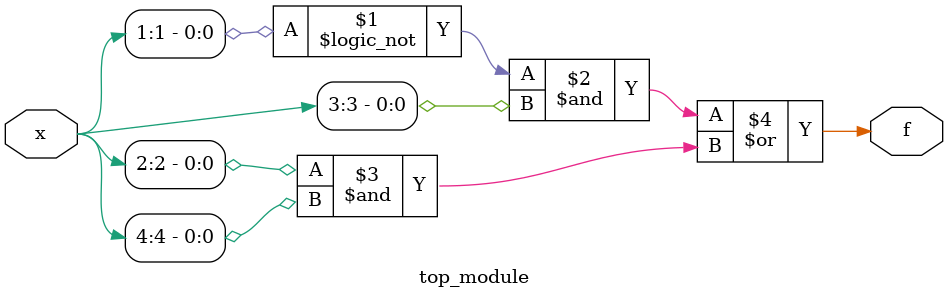
<source format=v>
module top_module (
    input [4:1] x, 
    output f );
  assign f = (!x[1] & x[3]) | (x[2] & x[4]);
endmodule


</source>
